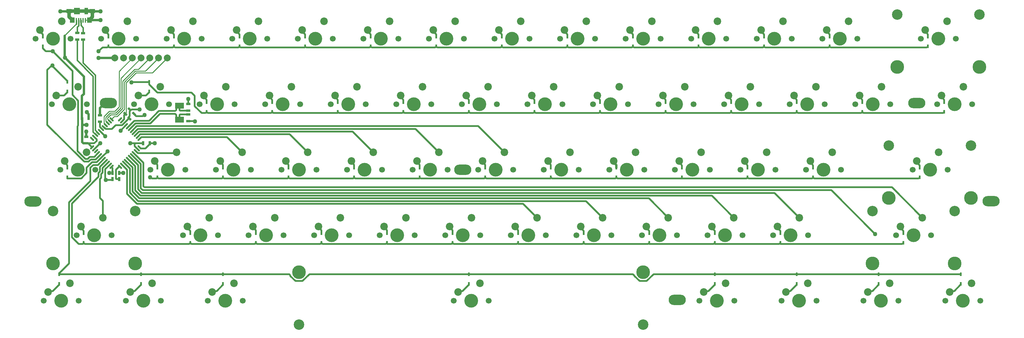
<source format=gbl>
G04*
G04 #@! TF.GenerationSoftware,Altium Limited,Altium Designer,21.7.2 (23)*
G04*
G04 Layer_Physical_Order=2*
G04 Layer_Color=13391121*
%FSLAX25Y25*%
%MOIN*%
G70*
G04*
G04 #@! TF.SameCoordinates,8FBBE309-EC49-44CF-9814-742EC28C0B38*
G04*
G04*
G04 #@! TF.FilePolarity,Positive*
G04*
G01*
G75*
%ADD18C,0.02500*%
%ADD19C,0.02100*%
%ADD20C,0.01000*%
%ADD21C,0.08661*%
%ADD22C,0.06693*%
%ADD23C,0.15748*%
%ADD24O,0.19685X0.11811*%
%ADD25C,0.07874*%
%ADD26C,0.12000*%
%ADD27C,0.15700*%
%ADD28C,0.05000*%
G04:AMPARAMS|DCode=29|XSize=21.65mil|YSize=59.06mil|CornerRadius=0mil|HoleSize=0mil|Usage=FLASHONLY|Rotation=225.000|XOffset=0mil|YOffset=0mil|HoleType=Round|Shape=Round|*
%AMOVALD29*
21,1,0.03740,0.02165,0.00000,0.00000,315.0*
1,1,0.02165,-0.01322,0.01322*
1,1,0.02165,0.01322,-0.01322*
%
%ADD29OVALD29*%

G04:AMPARAMS|DCode=30|XSize=21.65mil|YSize=59.06mil|CornerRadius=0mil|HoleSize=0mil|Usage=FLASHONLY|Rotation=315.000|XOffset=0mil|YOffset=0mil|HoleType=Round|Shape=Round|*
%AMOVALD30*
21,1,0.03740,0.02165,0.00000,0.00000,45.0*
1,1,0.02165,-0.01322,-0.01322*
1,1,0.02165,0.01322,0.01322*
%
%ADD30OVALD30*%

%ADD31R,0.05100X0.02800*%
%ADD32R,0.02800X0.05100*%
%ADD33R,0.02165X0.04134*%
G04:AMPARAMS|DCode=34|XSize=28mil|YSize=51mil|CornerRadius=0mil|HoleSize=0mil|Usage=FLASHONLY|Rotation=225.000|XOffset=0mil|YOffset=0mil|HoleType=Round|Shape=Rectangle|*
%AMROTATEDRECTD34*
4,1,4,-0.00813,0.02793,0.02793,-0.00813,0.00813,-0.02793,-0.02793,0.00813,-0.00813,0.02793,0.0*
%
%ADD34ROTATEDRECTD34*%

%ADD35R,0.01772X0.05433*%
%ADD36R,0.05610X0.06102*%
%ADD37R,0.03937X0.07480*%
%ADD38R,0.07087X0.07480*%
%ADD39R,0.06496X0.05118*%
%ADD40R,0.10000X0.07000*%
%ADD41C,0.01500*%
%ADD42C,0.01600*%
%ADD43C,0.01400*%
%ADD44C,0.04000*%
D18*
X-9589Y-5652D02*
X-3937Y0D01*
X-9589Y-13945D02*
Y-5652D01*
X-30038Y-25000D02*
Y-17103D01*
X-30171Y-16970D02*
Y8081D01*
X-27861Y10391D01*
X-28574Y-46099D02*
X-25081D01*
X-30038Y-44634D02*
Y-25000D01*
Y-44634D02*
X-28574Y-46099D01*
X-24461Y-10957D02*
X-22671Y-12747D01*
Y-16970D02*
Y-12747D01*
X-24461Y-10957D02*
Y-10280D01*
X-49556Y51858D02*
X-27861Y30163D01*
Y10391D02*
Y30163D01*
X-3246Y-3246D02*
X0Y0D01*
X-25081Y-38599D02*
Y-32597D01*
X-49747Y52049D02*
X-49556Y51858D01*
X-30038Y-25000D02*
X-25000D01*
X-3937Y0D02*
X0D01*
X-44842Y105059D02*
X-44783Y105118D01*
X-55000Y105000D02*
X-54941Y105059D01*
X-44842D01*
X-21703Y94980D02*
X-9020D01*
X-9000Y95000D01*
X-18209Y105118D02*
X-18150Y105059D01*
X-9059D02*
X-9000Y105000D01*
X-18150Y105059D02*
X-9059D01*
X-49747Y52049D02*
Y77061D01*
X-11146Y51562D02*
X7500D01*
X-21703Y94980D02*
Y95226D01*
X-41289Y94980D02*
Y95226D01*
X578058Y-68040D02*
X581083Y-71065D01*
Y-74008D02*
X581250Y-74176D01*
X578058Y-68040D02*
Y-66373D01*
X581083Y-74008D02*
Y-71065D01*
D19*
X29335Y-12394D02*
X31881Y-14940D01*
X39391D02*
X40714Y-13617D01*
X31881Y-14940D02*
X39391D01*
X40714Y-13617D02*
X41499D01*
X91542Y-1191D02*
Y4542D01*
Y-1191D02*
X91892Y-1541D01*
X93042D01*
X95148Y11852D02*
X98909Y8091D01*
X56168Y11852D02*
X95148D01*
X46875Y21145D02*
X56168Y11852D01*
X98909Y-3606D02*
Y8091D01*
X98845Y-20845D02*
X99000Y-21000D01*
X91696Y-20845D02*
X98845D01*
X91542Y-20691D02*
X91696Y-20845D01*
X35842Y-41006D02*
X37917Y-38930D01*
X279411Y-32730D02*
X303053Y-56373D01*
X207510Y-35830D02*
X228053Y-56373D01*
X23823Y-26299D02*
X29842Y-20280D01*
X351309Y-29630D02*
X378052Y-56373D01*
X35842Y-41006D02*
X35842D01*
X423209Y-26530D02*
X453053Y-56373D01*
X26933Y-32097D02*
X32500Y-26530D01*
X135607Y-38930D02*
X153050Y-56373D01*
X33854Y-29630D02*
X351309D01*
X47989Y-23430D02*
X59042Y-12377D01*
X36563Y-35830D02*
X207510D01*
X32500Y-26530D02*
X423209D01*
X37917Y-38930D02*
X135607D01*
X46684Y-20280D02*
X57737Y-9228D01*
X35209Y-32730D02*
X279411D01*
X29842Y-20280D02*
X46684D01*
X29160Y-34324D02*
X33854Y-29630D01*
X31387Y-36551D02*
X35209Y-32730D01*
X31146Y-23430D02*
X47989D01*
X33615Y-38778D02*
X36563Y-35830D01*
X24706Y-29870D02*
X31146Y-23430D01*
X77592Y-7997D02*
Y-5391D01*
Y-16491D02*
Y-13607D01*
X76362Y-12377D02*
X77592Y-13607D01*
X67935Y-12377D02*
X76362D01*
X69239Y-9228D02*
X69239Y-9228D01*
X76362D01*
X57737Y-9228D02*
X69239D01*
X76362Y-9228D02*
X77592Y-7997D01*
X67935Y-12377D02*
X67935Y-12377D01*
X59042Y-12377D02*
X67935D01*
X77592Y-16491D02*
X80042Y-18941D01*
X81542D01*
X80042Y-2941D02*
X81542D01*
X77592Y-5391D02*
X80042Y-2941D01*
X26700Y-7272D02*
X34566D01*
X24706Y-29870D02*
X24706D01*
X23823Y-26299D02*
X23823D01*
X22479Y-27643D02*
X23823Y-26299D01*
X-7309Y-29870D02*
Y-29852D01*
X-9589Y-27572D02*
X-7309Y-29852D01*
X-9589Y-27572D02*
Y-21445D01*
X-28994Y-65854D02*
X-27650Y-67198D01*
X-22458D01*
X-35298Y-55165D02*
X-26366Y-64098D01*
X-22458Y-67198D02*
X-21114Y-65854D01*
X-23742Y-64098D02*
X-21321Y-61677D01*
X-26366Y-64098D02*
X-23742D01*
X-69838Y-25009D02*
X-28994Y-65854D01*
X-21114D02*
X-20037Y-64777D01*
X465553Y-142650D02*
X468750Y-145848D01*
X465553Y-142650D02*
Y-141370D01*
X468750Y-149176D02*
Y-145848D01*
X390558Y-142662D02*
X393750Y-145854D01*
X390558Y-142662D02*
Y-141370D01*
X393750Y-149176D02*
Y-145854D01*
X315552Y-142650D02*
X318750Y-145848D01*
X315552Y-142650D02*
Y-141370D01*
X318750Y-149176D02*
Y-145848D01*
X240559Y-142662D02*
X243750Y-145854D01*
X240559Y-142662D02*
Y-141370D01*
X243750Y-149176D02*
Y-145854D01*
X165559Y-142662D02*
X168750Y-145854D01*
X165559Y-142662D02*
Y-141370D01*
X168750Y-149176D02*
Y-145854D01*
X-64000Y42371D02*
Y43000D01*
X-64682D02*
X-64000D01*
Y42371D02*
X-46875Y25246D01*
X-69838Y37844D02*
X-64682Y43000D01*
X-46875Y24262D02*
Y25246D01*
X-69838Y-25009D02*
Y37844D01*
X19028Y-12822D02*
X19276Y-12575D01*
X18026Y-18710D02*
Y-13825D01*
X19028Y-12822D02*
Y-12822D01*
X18026Y-13825D02*
X19028Y-12822D01*
X15938Y-20820D02*
Y-20804D01*
X17153Y-19589D01*
Y-19583D02*
X18026Y-18710D01*
X17153Y-19589D02*
Y-19583D01*
X12776Y-72269D02*
X12819D01*
X8613Y-86413D02*
Y-76432D01*
X12819Y-72269D02*
X13571Y-73020D01*
X8613Y-76432D02*
X12776Y-72269D01*
X-16217Y-38778D02*
X-13368Y-41628D01*
X-23095Y-46099D02*
X-16099D01*
X-13368Y-43368D01*
Y-41628D01*
X25887Y-8085D02*
X26700Y-7272D01*
X25392Y-8085D02*
X25887D01*
X24579Y-7272D02*
X25392Y-8085D01*
X23219Y-16389D02*
X24492Y-15116D01*
Y-9480D01*
X25392Y-8580D01*
Y-8085D01*
X23219Y-16884D02*
Y-16389D01*
Y-16884D02*
X24032Y-17697D01*
X8583Y-25417D02*
X15773D01*
X4129Y-29871D02*
X8583Y-25417D01*
X-2830Y-29871D02*
X4129D01*
X-5081Y-27643D02*
X-5064D01*
X-3709Y-28998D02*
X-3703D01*
X-5064Y-27643D02*
X-3709Y-28998D01*
X-3703D02*
X-2830Y-29871D01*
X16646Y-24544D02*
X16652D01*
X18007Y-23189D01*
X15773Y-25417D02*
X16646Y-24544D01*
X18007Y-23189D02*
X18025D01*
X14000Y-31668D02*
X20252Y-25416D01*
X600051Y-196051D02*
X601883Y-197883D01*
Y-197971D02*
Y-197883D01*
X412500Y-196051D02*
X600051D01*
X601883Y-197971D02*
X607682Y-203770D01*
X615883D01*
X131250Y-196051D02*
X206952D01*
X208182Y-197281D01*
Y-197971D02*
X213981Y-203770D01*
X222230D01*
X208182Y-197971D02*
Y-197281D01*
X229949Y-196051D02*
X412500D01*
X222230Y-203770D02*
X229949Y-196051D01*
X53058Y-67665D02*
X56250Y-70856D01*
X53058Y-67665D02*
Y-66373D01*
X56250Y-74176D02*
Y-70856D01*
X128050Y-67649D02*
X131250Y-70848D01*
X128050Y-67649D02*
Y-66373D01*
X131250Y-74176D02*
Y-70848D01*
X203053Y-67654D02*
X206250Y-70851D01*
X203053Y-67654D02*
Y-66373D01*
X206250Y-74176D02*
Y-70851D01*
X278053Y-67655D02*
X281250Y-70851D01*
X278053Y-67655D02*
Y-66373D01*
X281250Y-74176D02*
Y-70851D01*
X353052Y-67653D02*
X356250Y-70850D01*
X353052Y-67653D02*
Y-66373D01*
X356250Y-74176D02*
Y-70850D01*
X428053Y-67653D02*
X431250Y-70850D01*
X428053Y-67653D02*
Y-66373D01*
X431250Y-74176D02*
Y-70850D01*
X506250Y-74176D02*
Y-70850D01*
X503053Y-67653D02*
X506250Y-70850D01*
X503053Y-67653D02*
Y-66373D01*
X-9536Y-32097D02*
X-3633Y-38000D01*
X-16217Y-52976D02*
X-9241Y-46000D01*
X-2311Y-56937D02*
X-861Y-55487D01*
X-2361Y-56937D02*
X-2311D01*
X-5763Y-60339D02*
X-2361Y-56937D01*
X-3470Y-81177D02*
Y-75863D01*
X-3655Y-81361D02*
X-3470Y-81177D01*
X-3655Y-81883D02*
Y-81361D01*
X-6570Y-79892D02*
Y-76645D01*
X-6755Y-80077D02*
X-6570Y-79892D01*
Y-76645D02*
Y-74509D01*
X-9670Y-75361D02*
Y-73155D01*
X-9855Y-78793D02*
X-9670Y-78608D01*
X-3470Y-87530D02*
Y-82068D01*
X-3655Y-81883D02*
X-3470Y-82068D01*
X-8100Y-81422D02*
X-6755Y-80077D01*
X-11200Y-80138D02*
X-9855Y-78793D01*
X-9670Y-78608D02*
Y-75361D01*
X-3470Y-87530D02*
X-3000Y-88000D01*
X4863Y-87650D02*
Y-86999D01*
X4513Y-88000D02*
X4863Y-87650D01*
X-3000Y-88000D02*
X4513D01*
X-9550Y-108741D02*
Y-87256D01*
X-8100Y-85806D01*
X-41719Y-115041D02*
X-11200Y-84522D01*
X-8100Y-85806D02*
Y-81422D01*
X-11200Y-84522D02*
Y-80138D01*
X-9670Y-73155D02*
X-2854Y-66339D01*
X-6570Y-74509D02*
X-627Y-68566D01*
X-3470Y-75863D02*
X1600Y-70793D01*
X-9550Y-108741D02*
X-6322Y-111969D01*
Y-131370D02*
Y-111969D01*
X3745Y-73145D02*
X4863Y-74264D01*
X3745Y-73145D02*
X3745Y-73145D01*
X4863Y-76749D02*
Y-74264D01*
X4863Y-78849D02*
Y-76749D01*
X112467Y-11216D02*
X112500Y-11184D01*
X111237Y-11294D02*
X111315Y-11216D01*
X98909Y-3606D02*
X106598Y-11294D01*
X112500Y-11184D02*
Y-10199D01*
X111315Y-11216D02*
X112467D01*
X106598Y-11294D02*
X111237D01*
X25052Y-45948D02*
X31230D01*
X30000Y-49362D02*
X33615Y-52976D01*
X30000Y-49362D02*
Y-47178D01*
X31230Y-45948D01*
X39838D01*
X12363Y-79999D02*
X16999D01*
X12363Y-79999D02*
X12363Y-79999D01*
X20252Y-66339D02*
X27750Y-73837D01*
X24706Y-61885D02*
X33950Y-71129D01*
X29160Y-57430D02*
X40150Y-68420D01*
Y-95260D02*
Y-68420D01*
X15798Y-70793D02*
X21550Y-76545D01*
X33950Y-98913D02*
Y-71129D01*
X22479Y-64112D02*
X30850Y-72483D01*
X18025Y-68566D02*
X24650Y-75191D01*
X37050Y-97629D02*
Y-69774D01*
X16999Y-79999D02*
X17000Y-80000D01*
X37050Y-97629D02*
X39299Y-99878D01*
X21550Y-104050D02*
Y-76545D01*
X40150Y-95260D02*
X41380Y-96490D01*
X24650Y-102766D02*
X34163Y-112278D01*
X30850Y-100198D02*
Y-72483D01*
X33950Y-98913D02*
X38015Y-102978D01*
X27750Y-101481D02*
X35447Y-109178D01*
X41380Y-96490D02*
X896298D01*
X24650Y-102766D02*
Y-75191D01*
X30850Y-100198D02*
X36731Y-106078D01*
X21550Y-104050D02*
X32879Y-115378D01*
X26933Y-59658D02*
X37050Y-69774D01*
X27750Y-101481D02*
Y-73837D01*
X-46875Y-86297D02*
X-30956D01*
X-14655Y-64777D02*
X-9536Y-59658D01*
X-30956Y-86297D02*
X-24771Y-80112D01*
X-20463Y-74138D02*
X-17302Y-70977D01*
X-20037Y-64777D02*
X-14655D01*
X-13300Y-67877D02*
X-7309Y-61885D01*
X-44819Y-113757D02*
X-20463Y-89401D01*
X-21321Y-61677D02*
X-16009D01*
X-20463Y-89401D02*
Y-74138D01*
X-24771Y-80112D02*
Y-74062D01*
X-18586Y-67877D02*
X-13300D01*
X-11946Y-70977D02*
X-5081Y-64112D01*
X-16009Y-61677D02*
X-11763Y-57430D01*
X-24771Y-74062D02*
X-18586Y-67877D01*
X-17302Y-70977D02*
X-11946D01*
X47339Y-45948D02*
X53165D01*
X37164Y-52071D02*
X42365D01*
X47339Y-47098D02*
Y-45948D01*
X35842Y-50749D02*
X37164Y-52071D01*
X42365D02*
X47339Y-47098D01*
X-63599Y59140D02*
X-41014Y36554D01*
X-75000Y62583D02*
X-71504Y59087D01*
X-63652D01*
X-63599Y59140D01*
X-41014Y9236D02*
Y36554D01*
Y9236D02*
X-34518Y2740D01*
X26281Y23521D02*
X26651Y23891D01*
X46842D01*
X46875Y23924D01*
Y21145D02*
Y24262D01*
X-22195Y-46999D02*
X-18444Y-50749D01*
X-35298Y-55165D02*
Y-26603D01*
X-34518Y-25822D02*
Y2740D01*
X-35298Y-26603D02*
X-34518Y-25822D01*
X896298Y-96490D02*
X931178Y-131370D01*
X35447Y-109178D02*
X618366D01*
X34163Y-112278D02*
X546466D01*
X39299Y-99878D02*
X827159D01*
X38015Y-102978D02*
X762166D01*
X32879Y-115378D02*
X474560D01*
X36731Y-106078D02*
X690260D01*
X715553Y-131370D01*
X474560Y-115378D02*
X490553Y-131370D01*
X618366Y-109178D02*
X640558Y-131370D01*
X762166Y-102978D02*
X790558Y-131370D01*
X827159Y-99878D02*
X877234Y-149953D01*
X546466Y-112278D02*
X565558Y-131370D01*
X47909Y-85144D02*
X48694D01*
X49847Y-86297D01*
X281250Y-86184D02*
Y-85199D01*
X49847Y-86297D02*
X54987D01*
X55068Y-86216D01*
X56217D02*
X56250Y-86184D01*
Y-85199D01*
X55068Y-86216D02*
X56217D01*
X31387Y-55203D02*
X33615Y-57431D01*
X77000D01*
X31387Y-55203D02*
X31387D01*
X206250Y-86184D02*
Y-85199D01*
X205068Y-86216D02*
X206217D01*
X204987Y-86297D02*
X205068Y-86216D01*
X206217D02*
X206250Y-86184D01*
X132378Y-86297D02*
X204987D01*
X281250Y-86184D02*
X281283Y-86216D01*
X282432D02*
X282513Y-86297D01*
X356250D02*
Y-85199D01*
X281283Y-86216D02*
X282432D01*
X282513Y-86297D02*
X356250D01*
X431250Y-86184D02*
Y-85199D01*
X281250Y-86184D02*
Y-85199D01*
X280068Y-86216D02*
X281217D01*
X281250Y-86184D01*
X279987Y-86297D02*
X280068Y-86216D01*
X207378Y-86297D02*
X279987D01*
X431250Y-86184D02*
X431283Y-86216D01*
X432432D02*
X432513Y-86297D01*
X431283Y-86216D02*
X432432D01*
X432513Y-86297D02*
X506136D01*
X506250Y-86184D01*
Y-85199D01*
X581250Y-86184D02*
Y-85199D01*
X506483Y-85504D02*
X507276Y-86297D01*
X431217Y-86216D02*
X431250Y-86184D01*
X429987Y-86297D02*
X430068Y-86216D01*
X357378Y-86297D02*
X429987D01*
X430068Y-86216D02*
X431217D01*
X581250Y-86184D02*
X581283Y-86216D01*
X582432D02*
X582513Y-86297D01*
X656250D02*
Y-85199D01*
X581283Y-86216D02*
X582432D01*
X582513Y-86297D02*
X656250D01*
X580068Y-86216D02*
X581217D01*
X581250Y-86184D01*
X579987Y-86297D02*
X580068Y-86216D01*
X507276Y-86297D02*
X579987D01*
X-44819Y-183635D02*
Y-113757D01*
X18025Y-23189D02*
X23516Y-17697D01*
X77000Y-57431D02*
X78058Y-56373D01*
X56283Y-86216D02*
X57432D01*
X57513Y-86297D01*
X129987D01*
X131250Y-86184D02*
Y-85199D01*
X130068Y-86216D02*
X131217D01*
X131250Y-86184D01*
X129987Y-86297D02*
X130068Y-86216D01*
X81542Y-8105D02*
Y-2941D01*
X56217Y-74143D02*
X56250Y-74176D01*
X787500Y-196051D02*
X881250D01*
X975000D01*
X768861Y-161294D02*
X908112D01*
X908190Y-161216D02*
X909342D01*
X909375Y-161184D01*
X908112Y-161294D02*
X908190Y-161216D01*
X909375Y-161184D02*
Y-160199D01*
X188763Y-11342D02*
X262500D01*
X-41719Y-153606D02*
Y-115041D01*
X9198Y-86999D02*
X12363D01*
X8613Y-86413D02*
X9198Y-86999D01*
X357239Y-86158D02*
X357378Y-86297D01*
X207239Y-86158D02*
X207378Y-86297D01*
X132239Y-86158D02*
X132378Y-86297D01*
X488763Y-11294D02*
X561237D01*
X656364Y-86297D02*
X729987D01*
X563763Y-11294D02*
X636237D01*
X732513Y-86297D02*
X804987D01*
X713763Y-11294D02*
X786237D01*
X787467Y857D02*
Y3693D01*
X784306Y6854D02*
X787467Y3693D01*
X784306Y6854D02*
Y8630D01*
X82127Y-13191D02*
X91542D01*
X81542Y-13776D02*
X82127Y-13191D01*
X81542Y-18941D02*
Y-13776D01*
Y-8105D02*
X82127Y-8691D01*
X91542D01*
X-28158Y-161216D02*
X-28125Y-161184D01*
X-29388Y-161294D02*
X-29310Y-161216D01*
X-41719Y-153606D02*
X-34030Y-161294D01*
X-28125Y-161184D02*
Y-160199D01*
X-29310Y-161216D02*
X-28158D01*
X-34030Y-161294D02*
X-29388D01*
X-56250Y-195066D02*
X-44819Y-183635D01*
X-56250Y-196051D02*
Y-195066D01*
X-75000Y62583D02*
Y64801D01*
X-59442Y8630D02*
X-50499D01*
X-46875Y12254D02*
Y13238D01*
X-50499Y8630D02*
X-46875Y12254D01*
X0Y63816D02*
Y64801D01*
X-1185Y63784D02*
X-33D01*
X-6642Y63706D02*
X-1263D01*
X-11268Y59080D02*
X-6642Y63706D01*
X-1263D02*
X-1185Y63784D01*
X-33D02*
X0Y63816D01*
X750000D02*
Y64801D01*
X750033Y63784D02*
X751185D01*
X750000Y63816D02*
X750033Y63784D01*
X751185D02*
X751263Y63706D01*
X823737D01*
X748815Y63784D02*
X749967D01*
X750000Y63816D01*
X748737Y63706D02*
X748815Y63784D01*
X676263Y63706D02*
X748737D01*
X675033Y63784D02*
X676185D01*
X675000Y63816D02*
X675033Y63784D01*
X676185D02*
X676263Y63706D01*
X600000Y63816D02*
Y64801D01*
X600033Y63784D02*
X601185D01*
X600000Y63816D02*
X600033Y63784D01*
X601185D02*
X601263Y63706D01*
X674889D01*
X598815Y63784D02*
X599967D01*
X600000Y63816D01*
X598737Y63706D02*
X598815Y63784D01*
X526263Y63706D02*
X598737D01*
X525000Y63816D02*
X525033Y63784D01*
X526185D02*
X526263Y63706D01*
X525033Y63784D02*
X526185D01*
X525000Y63816D02*
Y64801D01*
X523815Y63784D02*
X524967D01*
X525000Y63816D01*
X451263Y63706D02*
X523737D01*
X523815Y63784D01*
X450000Y63816D02*
X450033Y63784D01*
X451185D02*
X451263Y63706D01*
X450033Y63784D02*
X451185D01*
X450000Y63816D02*
Y64801D01*
X449967Y63784D02*
X450000Y63816D01*
X448737Y63706D02*
X448815Y63784D01*
X376263Y63706D02*
X448737D01*
X448815Y63784D02*
X449967D01*
X375000Y63816D02*
X375033Y63784D01*
X376185D02*
X376263Y63706D01*
X375000Y63816D02*
Y64801D01*
X375033Y63784D02*
X376185D01*
X373815D02*
X374967D01*
X373737Y63706D02*
X373815Y63784D01*
X374967D02*
X375000Y63816D01*
X301263Y63706D02*
X373737D01*
X300000Y63816D02*
X300033Y63784D01*
X301185D02*
X301263Y63706D01*
X300000Y63816D02*
Y64801D01*
X300033Y63784D02*
X301185D01*
X298815D02*
X299967D01*
X300000Y63816D01*
X226263Y63706D02*
X298737D01*
X298815Y63784D01*
X225033D02*
X226185D01*
X225000Y63816D02*
X225033Y63784D01*
X226185D02*
X226263Y63706D01*
X150000Y63816D02*
X150033Y63784D01*
X151185D02*
X151263Y63706D01*
X224889D01*
X150033Y63784D02*
X151185D01*
X150000Y63816D02*
Y64801D01*
X148815Y63784D02*
X149967D01*
X150000Y63816D01*
X148737Y63706D02*
X148815Y63784D01*
X76263Y63706D02*
X148737D01*
X75000Y63816D02*
X75033Y63784D01*
X76185D02*
X76263Y63706D01*
X75033Y63784D02*
X76185D01*
X75000Y63816D02*
Y64801D01*
X74967Y63784D02*
X75000Y63816D01*
X73737Y63706D02*
X73815Y63784D01*
X1263Y63706D02*
X73737D01*
X73815Y63784D02*
X74967D01*
X1185D02*
X1263Y63706D01*
X825000Y63816D02*
Y64801D01*
X823815Y63784D02*
X824967D01*
X825000Y63816D01*
X823737Y63706D02*
X823815Y63784D01*
X825033D02*
X826185D01*
X826263Y63706D01*
X825000Y63816D02*
X825033Y63784D01*
X826263Y63706D02*
X936237D01*
X937500Y63816D02*
Y64801D01*
X936315Y63784D02*
X937467D01*
X937500Y63816D01*
X936237Y63706D02*
X936315Y63784D01*
X862533Y-11216D02*
X863685D01*
X862500Y-11184D02*
X862533Y-11216D01*
X863763Y-11294D02*
X955155D01*
X863685Y-11216D02*
X863763Y-11294D01*
X862467Y-11216D02*
X862500Y-11184D01*
X788763Y-11294D02*
X861237D01*
X862500Y-11184D02*
Y-10199D01*
X861315Y-11216D02*
X862467D01*
X861237Y-11294D02*
X861315Y-11216D01*
X787500Y-11184D02*
X787533Y-11216D01*
X788685D02*
X788763Y-11294D01*
X787533Y-11216D02*
X788685D01*
X787500Y-11184D02*
Y-10199D01*
X786315Y-11216D02*
X787467D01*
X787500Y-11184D01*
X786237Y-11294D02*
X786315Y-11216D01*
X712500Y-11184D02*
X712533Y-11216D01*
X713685D02*
X713763Y-11294D01*
X712533Y-11216D02*
X713685D01*
X712500Y-11184D02*
Y-10199D01*
X711237Y-11294D02*
X711315Y-11216D01*
X638763Y-11294D02*
X711237D01*
X712467Y-11216D02*
X712500Y-11184D01*
X711315Y-11216D02*
X712467D01*
X637500Y-11184D02*
X637533Y-11216D01*
X638685D02*
X638763Y-11294D01*
X637500Y-11184D02*
Y-10199D01*
X637533Y-11216D02*
X638685D01*
X636315D02*
X637467D01*
X636237Y-11294D02*
X636315Y-11216D01*
X637467D02*
X637500Y-11184D01*
X562500D02*
X562533Y-11216D01*
X563685D02*
X563763Y-11294D01*
X562533Y-11216D02*
X563685D01*
X561315D02*
X562467D01*
X562500Y-11184D02*
Y-10199D01*
X562467Y-11216D02*
X562500Y-11184D01*
X561237Y-11294D02*
X561315Y-11216D01*
X487500Y-11184D02*
X487533Y-11216D01*
X488685D02*
X488763Y-11294D01*
X487533Y-11216D02*
X488685D01*
X487500Y-11184D02*
Y-10199D01*
X487467Y-11216D02*
X487500Y-11184D01*
X413763Y-11294D02*
X486237D01*
X486315Y-11216D01*
X487467D01*
X412500Y-11184D02*
X412533Y-11216D01*
X413685D02*
X413763Y-11294D01*
X412533Y-11216D02*
X413685D01*
X412500Y-11184D02*
Y-10199D01*
X411237Y-11294D02*
X411315Y-11216D01*
X338763Y-11294D02*
X411237D01*
X412467Y-11216D02*
X412500Y-11184D01*
X411315Y-11216D02*
X412467D01*
X338685D02*
X338763Y-11294D01*
X337500Y-11184D02*
X337533Y-11216D01*
X338685D01*
X337467D02*
X337500Y-11184D01*
X263763Y-11342D02*
X336237D01*
X337500Y-11184D02*
Y-10199D01*
X336237Y-11342D02*
X336363Y-11216D01*
X337467D01*
X263637D02*
X263763Y-11342D01*
X262500Y-11184D02*
X262533Y-11216D01*
X263637D01*
X262500Y-11184D02*
Y-10199D01*
X188637Y-11216D02*
X188763Y-11342D01*
X187500Y-11184D02*
X187533Y-11216D01*
X188637D01*
X187500Y-11184D02*
Y-10199D01*
X186315Y-11216D02*
X187467D01*
X186237Y-11294D02*
X186315Y-11216D01*
X113763Y-11294D02*
X186237D01*
X187467Y-11216D02*
X187500Y-11184D01*
X113685Y-11216D02*
X113763Y-11294D01*
X112533Y-11216D02*
X113685D01*
X-26940Y-161216D02*
X-26862Y-161294D01*
X92487D01*
X767565Y-161216D02*
X768717D01*
X693861Y-161294D02*
X767487D01*
X768717Y-161216D02*
X768750Y-161184D01*
X767487Y-161294D02*
X767565Y-161216D01*
X692487Y-161294D02*
X692565Y-161216D01*
X693717D01*
X693750Y-161184D01*
X618861Y-161294D02*
X692487D01*
X617565Y-161216D02*
X618717D01*
X618750Y-161184D01*
X617487Y-161294D02*
X617565Y-161216D01*
X545013Y-161294D02*
X617487D01*
X543750Y-161184D02*
Y-160199D01*
X543783Y-161216D02*
X544935D01*
X545013Y-161294D01*
X543750Y-161184D02*
X543783Y-161216D01*
X543717D02*
X543750Y-161184D01*
X542487Y-161294D02*
X542565Y-161216D01*
X468861Y-161294D02*
X542487D01*
X542565Y-161216D02*
X543717D01*
X467565D02*
X468717D01*
X468750Y-161184D01*
X467487Y-161294D02*
X467565Y-161216D01*
X395013Y-161294D02*
X467487D01*
X393750Y-161184D02*
Y-160199D01*
X393783Y-161216D02*
X394935D01*
X393750Y-161184D02*
X393783Y-161216D01*
X394935D02*
X395013Y-161294D01*
X392565Y-161216D02*
X393717D01*
X393750Y-161184D01*
X392487Y-161294D02*
X392565Y-161216D01*
X318861Y-161294D02*
X392487D01*
X317565Y-161216D02*
X318717D01*
X318750Y-161184D01*
X317487Y-161294D02*
X317565Y-161216D01*
X245013Y-161294D02*
X317487D01*
X243783Y-161216D02*
X244935D01*
X243750Y-161184D02*
X243783Y-161216D01*
X244935D02*
X245013Y-161294D01*
X243750Y-161184D02*
Y-160199D01*
X242565Y-161216D02*
X243717D01*
X170013Y-161294D02*
X242487D01*
X243717Y-161216D02*
X243750Y-161184D01*
X242487Y-161294D02*
X242565Y-161216D01*
X168750Y-161184D02*
X168783Y-161216D01*
X169935D02*
X170013Y-161294D01*
X168783Y-161216D02*
X169935D01*
X168750Y-161184D02*
Y-160199D01*
X167565Y-161216D02*
X168717D01*
X167487Y-161294D02*
X167565Y-161216D01*
X168717D02*
X168750Y-161184D01*
X95013Y-161294D02*
X167487D01*
X93750Y-161184D02*
X93783Y-161216D01*
X94935D02*
X95013Y-161294D01*
X93783Y-161216D02*
X94935D01*
X93717D02*
X93750Y-161184D01*
X92487Y-161294D02*
X92565Y-161216D01*
X93750Y-161184D02*
Y-160199D01*
X92565Y-161216D02*
X93717D01*
X928125Y-86184D02*
Y-85199D01*
X926943Y-86216D02*
X928092D01*
X926862Y-86297D02*
X926943Y-86216D01*
X807513Y-86297D02*
X926862D01*
X928092Y-86216D02*
X928125Y-86184D01*
X806283Y-86216D02*
X807432D01*
X807513Y-86297D01*
X806250Y-86184D02*
X806283Y-86216D01*
X806217D02*
X806250Y-86184D01*
X804987Y-86297D02*
X805068Y-86216D01*
X806250Y-86184D02*
Y-85199D01*
X805068Y-86216D02*
X806217D01*
X731250Y-86184D02*
X731283Y-86216D01*
X732432D02*
X732513Y-86297D01*
X731283Y-86216D02*
X732432D01*
X731250Y-86184D02*
Y-85199D01*
X730068Y-86216D02*
X731217D01*
X731250Y-86184D01*
X729987Y-86297D02*
X730068Y-86216D01*
X675000Y63816D02*
Y64801D01*
X674889Y63706D02*
X675000Y63816D01*
X225000D02*
Y64801D01*
X224889Y63706D02*
X225000Y63816D01*
X259306Y6854D02*
X262467Y3693D01*
Y857D02*
X262500Y824D01*
X259306Y6854D02*
Y8630D01*
X262467Y857D02*
Y3693D01*
X318750Y-161184D02*
Y-160199D01*
X468750Y-161184D02*
Y-160199D01*
X618750Y-161184D02*
Y-160199D01*
X693750Y-161184D02*
Y-160199D01*
X768750Y-161184D02*
Y-160199D01*
X693750Y-196051D02*
X787500D01*
X615883Y-203770D02*
X623603Y-196051D01*
X693750D01*
X37500D02*
X131250D01*
X-56250D02*
X37500D01*
X956217Y-11216D02*
X956250Y-11184D01*
X955155Y-11294D02*
X955233Y-11216D01*
X956250Y-11184D02*
Y-10199D01*
X955233Y-11216D02*
X956217D01*
X399932Y-216370D02*
X401022Y-215281D01*
X405222D02*
X412411Y-208091D01*
X412467D02*
X412500Y-208059D01*
X401022Y-215281D02*
X405222D01*
X412500Y-208059D02*
Y-207074D01*
X412411Y-208091D02*
X412467D01*
X118681Y-216370D02*
X119770Y-215281D01*
X123970D02*
X131160Y-208091D01*
X131217D02*
X131250Y-208059D01*
X131160Y-208091D02*
X131217D01*
X119770Y-215281D02*
X123970D01*
X131250Y-208059D02*
Y-207074D01*
X-68819Y-216370D02*
X-67730Y-215281D01*
X-63530D02*
X-56340Y-208091D01*
X-56283D01*
X-56250Y-208059D01*
X-67730Y-215281D02*
X-63530D01*
X-56250Y-208059D02*
Y-207074D01*
X24928Y-216370D02*
X26017Y-215281D01*
X30217D02*
X37407Y-208091D01*
X37467D02*
X37500Y-208059D01*
X26017Y-215281D02*
X30217D01*
X37407Y-208091D02*
X37467D01*
X37500Y-208059D02*
Y-207074D01*
X90558Y-143146D02*
X93717Y-146305D01*
Y-149143D02*
X93750Y-149176D01*
X90558Y-143146D02*
Y-141370D01*
X93717Y-149143D02*
Y-146305D01*
X-31322Y-143146D02*
X-28158Y-146310D01*
Y-149143D02*
X-28125Y-149176D01*
X-31322Y-143146D02*
Y-141370D01*
X-28158Y-149143D02*
Y-146310D01*
X-50067Y-68149D02*
X-46908Y-71308D01*
Y-74143D02*
X-46875Y-74176D01*
X-50067Y-68149D02*
Y-66373D01*
X-46908Y-74143D02*
Y-71308D01*
X43251Y8630D02*
X46875Y12254D01*
X34303Y8630D02*
X43251D01*
X46875Y12254D02*
Y13238D01*
X-3194Y81854D02*
X-33Y78693D01*
Y75857D02*
X0Y75824D01*
X-3194Y81854D02*
Y83630D01*
X-33Y75857D02*
Y78693D01*
X-78194Y81854D02*
X-75033Y78692D01*
Y75857D02*
X-75000Y75824D01*
X-78194Y81854D02*
Y83630D01*
X-75033Y75857D02*
Y78692D01*
X71806Y81854D02*
X74967Y78693D01*
Y75857D02*
X75000Y75824D01*
X71806Y81854D02*
Y83630D01*
X74967Y75857D02*
Y78693D01*
X112467Y857D02*
Y3693D01*
X109306Y6854D02*
Y8630D01*
Y6854D02*
X112467Y3693D01*
Y857D02*
X112500Y824D01*
X146803Y81854D02*
X149967Y78690D01*
Y75857D02*
X150000Y75824D01*
X146803Y81854D02*
Y83630D01*
X149967Y75857D02*
Y78690D01*
X184306Y6854D02*
X187467Y3693D01*
Y857D02*
X187500Y824D01*
X184306Y6854D02*
Y8630D01*
X187467Y857D02*
Y3693D01*
X221806Y81854D02*
X224967Y78693D01*
Y75857D02*
X225000Y75824D01*
X221806Y81854D02*
Y83630D01*
X224967Y75857D02*
Y78693D01*
X296806Y81854D02*
X299967Y78693D01*
Y75857D02*
X300000Y75824D01*
X296806Y81854D02*
Y83630D01*
X299967Y75857D02*
Y78693D01*
X334302Y6854D02*
X337467Y3689D01*
Y857D02*
X337500Y824D01*
X334302Y6854D02*
Y8630D01*
X337467Y857D02*
Y3689D01*
X371806Y81854D02*
X374967Y78693D01*
Y75857D02*
X375000Y75824D01*
X371806Y81854D02*
Y83630D01*
X374967Y75857D02*
Y78693D01*
X409306Y6854D02*
X412467Y3693D01*
Y857D02*
X412500Y824D01*
X409306Y6854D02*
Y8630D01*
X412467Y857D02*
Y3693D01*
X446806Y81854D02*
X449967Y78693D01*
Y75857D02*
X450000Y75824D01*
X446806Y81854D02*
Y83630D01*
X449967Y75857D02*
Y78693D01*
X484303Y6854D02*
X487467Y3689D01*
Y857D02*
X487500Y824D01*
X484303Y6854D02*
Y8630D01*
X487467Y857D02*
Y3689D01*
X521803Y81854D02*
X524967Y78689D01*
Y75857D02*
X525000Y75824D01*
X521803Y81854D02*
Y83630D01*
X524967Y75857D02*
Y78689D01*
X596806Y81854D02*
X599967Y78693D01*
Y75857D02*
X600000Y75824D01*
X596806Y81854D02*
Y83630D01*
X599967Y75857D02*
Y78693D01*
X559306Y6854D02*
X562467Y3693D01*
Y857D02*
X562500Y824D01*
X559306Y6854D02*
Y8630D01*
X562467Y857D02*
Y3693D01*
X634306Y6854D02*
X637467Y3693D01*
Y857D02*
X637500Y824D01*
X634306Y6854D02*
Y8630D01*
X637467Y857D02*
Y3693D01*
X653053Y-68149D02*
X656217Y-71313D01*
Y-74143D02*
X656250Y-74176D01*
X653053Y-68149D02*
Y-66373D01*
X656217Y-74143D02*
Y-71313D01*
X540558Y-143146D02*
X543717Y-146305D01*
Y-149143D02*
X543750Y-149176D01*
X540558Y-143146D02*
Y-141370D01*
X543717Y-149143D02*
Y-146305D01*
X615558Y-143146D02*
X618717Y-146305D01*
Y-149143D02*
X618750Y-149176D01*
X615558Y-143146D02*
Y-141370D01*
X618717Y-149143D02*
Y-146305D01*
X962428Y-216370D02*
X963518Y-215281D01*
X967718D02*
X974908Y-208091D01*
X975000Y-208059D02*
Y-207074D01*
X974967Y-208091D02*
X975000Y-208059D01*
X963518Y-215281D02*
X967718D01*
X974908Y-208091D02*
X974967D01*
X868678Y-216370D02*
X869768Y-215281D01*
X873968D02*
X881158Y-208091D01*
X869768Y-215281D02*
X873968D01*
X881250Y-208059D02*
Y-207074D01*
X881217Y-208091D02*
X881250Y-208059D01*
X881158Y-208091D02*
X881217D01*
X774932Y-216370D02*
X776022Y-215281D01*
X780222D02*
X787411Y-208091D01*
X787467D02*
X787500Y-208059D01*
X776022Y-215281D02*
X780222D01*
X787411Y-208091D02*
X787467D01*
X787500Y-208059D02*
Y-207074D01*
X681178Y-216370D02*
X682268Y-215281D01*
X686468D02*
X693658Y-208091D01*
X693717D02*
X693750Y-208059D01*
X682268Y-215281D02*
X686468D01*
X693658Y-208091D02*
X693717D01*
X693750Y-208059D02*
Y-207074D01*
X690553Y-143146D02*
X693717Y-146311D01*
Y-149143D02*
X693750Y-149176D01*
X690553Y-143146D02*
Y-141370D01*
X693717Y-149143D02*
Y-146311D01*
X728058Y-68149D02*
X731217Y-71308D01*
Y-74143D02*
X731250Y-74176D01*
X728058Y-68149D02*
Y-66373D01*
X731217Y-74143D02*
Y-71308D01*
X671803Y81854D02*
X674967Y78689D01*
Y75857D02*
X675000Y75824D01*
X671803Y81854D02*
Y83630D01*
X674967Y75857D02*
Y78689D01*
X709303Y6854D02*
X712467Y3689D01*
Y857D02*
X712500Y824D01*
X709303Y6854D02*
Y8630D01*
X712467Y857D02*
Y3689D01*
X746806Y81854D02*
X749967Y78693D01*
Y75857D02*
X750000Y75824D01*
X746806Y81854D02*
Y83630D01*
X749967Y75857D02*
Y78693D01*
X821806Y81854D02*
X824967Y78693D01*
Y75857D02*
X825000Y75824D01*
X821806Y81854D02*
Y83630D01*
X824967Y75857D02*
Y78693D01*
X859303Y6854D02*
X862467Y3689D01*
Y857D02*
X862500Y824D01*
X859303Y6854D02*
Y8630D01*
X862467Y857D02*
Y3689D01*
X787467Y857D02*
X787500Y824D01*
X803058Y-68149D02*
X806217Y-71308D01*
Y-74143D02*
X806250Y-74176D01*
X803058Y-68149D02*
Y-66373D01*
X806217Y-74143D02*
Y-71308D01*
X765558Y-143146D02*
X768717Y-146305D01*
Y-149143D02*
X768750Y-149176D01*
X765558Y-143146D02*
Y-141370D01*
X768717Y-149143D02*
Y-146305D01*
X906178Y-143146D02*
X909342Y-146310D01*
Y-149143D02*
X909375Y-149176D01*
X906178Y-143146D02*
Y-141370D01*
X909342Y-149143D02*
Y-146310D01*
X924924Y-68149D02*
X928092Y-71316D01*
X924924Y-68149D02*
Y-66373D01*
X928092Y-74143D02*
Y-71316D01*
Y-74143D02*
X928125Y-74176D01*
X953053Y6854D02*
X956217Y3689D01*
Y857D02*
X956250Y824D01*
X953053Y6854D02*
Y8630D01*
X956217Y857D02*
Y3689D01*
X937467Y75857D02*
X937500Y75824D01*
X934303Y81854D02*
Y83630D01*
Y81854D02*
X937467Y78689D01*
Y75857D02*
Y78689D01*
D20*
X1080Y-79999D02*
X4863D01*
Y-76749D01*
X30816Y36541D02*
X42479D01*
X16286Y24840D02*
X29987Y38541D01*
X34479D02*
X47500Y51562D01*
X16286Y-6224D02*
Y24840D01*
X42479Y36541D02*
X57500Y51562D01*
X31644Y34541D02*
X50479D01*
X18286Y24011D02*
X30816Y36541D01*
X20286Y23183D02*
X31644Y34541D01*
X20286Y-7080D02*
Y23183D01*
X29987Y38541D02*
X34479D01*
X50479Y34541D02*
X67500Y51562D01*
X18286Y-7053D02*
Y24011D01*
X8276Y-11406D02*
X14286Y-5396D01*
X12263Y36326D02*
X27500Y51562D01*
X7448Y-9405D02*
X12263Y-4590D01*
X14286Y28348D02*
X37500Y51562D01*
X12263Y-4590D02*
Y36326D01*
X14286Y-5396D02*
Y28348D01*
X9105Y-13406D02*
X16286Y-6224D01*
X9933Y-15405D02*
X18286Y-7053D01*
X-25081Y-46099D02*
X-23095D01*
X6911Y-15405D02*
X9933D01*
X-4857Y-15464D02*
X1202Y-9405D01*
X3741Y-18575D02*
X6911Y-15405D01*
X2030Y-11406D02*
X8276D01*
X2859Y-13406D02*
X9105D01*
X-857Y-17121D02*
X2859Y-13406D01*
X1202Y-9405D02*
X7448D01*
X-2857Y-16293D02*
X2030Y-11406D01*
X19038Y-12677D02*
X20298Y-11417D01*
Y-7092D01*
X20286Y-7080D02*
X20298Y-7092D01*
X-4857Y-23098D02*
Y-15464D01*
X-2857Y-20959D02*
X-899Y-22917D01*
X-4857Y-23098D02*
X-2941Y-25014D01*
X-899Y-22917D02*
Y-22917D01*
X-857Y-18505D02*
X1514Y-20875D01*
X-2857Y-20959D02*
Y-16293D01*
X-857Y-18505D02*
Y-17121D01*
X1514Y-20875D02*
Y-20875D01*
X23516Y-17697D02*
X24032D01*
X-2941Y-25330D02*
Y-25014D01*
X-26378Y94646D02*
X-26043Y94980D01*
X-21703D01*
D21*
X303053Y-56373D02*
D03*
X278053Y-66373D02*
D03*
X-34442Y18630D02*
D03*
X-59442Y8630D02*
D03*
X78058Y-56373D02*
D03*
X53058Y-66373D02*
D03*
X399932Y-216370D02*
D03*
X424932Y-206370D02*
D03*
X-25067Y-56373D02*
D03*
X-50067Y-66373D02*
D03*
X-31322Y-141370D02*
D03*
X-6322Y-131370D02*
D03*
X-3194Y83630D02*
D03*
X21806Y93630D02*
D03*
X931178Y-131370D02*
D03*
X906178Y-141370D02*
D03*
X949924Y-56373D02*
D03*
X924924Y-66373D02*
D03*
X959303Y93630D02*
D03*
X934303Y83630D02*
D03*
X128050Y-66373D02*
D03*
X153050Y-56373D02*
D03*
X868678Y-216370D02*
D03*
X893678Y-206370D02*
D03*
X484303Y8630D02*
D03*
X509303Y18630D02*
D03*
X671803Y83630D02*
D03*
X696803Y93630D02*
D03*
X953053Y8630D02*
D03*
X978053Y18630D02*
D03*
X596806Y83630D02*
D03*
X621806Y93630D02*
D03*
X371806Y83630D02*
D03*
X396806Y93630D02*
D03*
X559306Y8630D02*
D03*
X584306Y18630D02*
D03*
X334302Y8630D02*
D03*
X359302Y18630D02*
D03*
X521803Y83630D02*
D03*
X546803Y93630D02*
D03*
X90558Y-141370D02*
D03*
X115559Y-131370D02*
D03*
X428053Y-66373D02*
D03*
X453053Y-56373D02*
D03*
X184306Y8630D02*
D03*
X209306Y18630D02*
D03*
X109306Y8630D02*
D03*
X134306Y18630D02*
D03*
X746806Y83630D02*
D03*
X771806Y93630D02*
D03*
X353052Y-66373D02*
D03*
X378052Y-56373D02*
D03*
X446806Y83630D02*
D03*
X471806Y93630D02*
D03*
X774932Y-216370D02*
D03*
X799932Y-206370D02*
D03*
X681178Y-216370D02*
D03*
X706178Y-206370D02*
D03*
X165559Y-141370D02*
D03*
X190559Y-131370D02*
D03*
X465553Y-141370D02*
D03*
X490553Y-131370D02*
D03*
X296806Y83630D02*
D03*
X321806Y93630D02*
D03*
X540558Y-141370D02*
D03*
X565558Y-131370D02*
D03*
X803058Y-66373D02*
D03*
X828058Y-56373D02*
D03*
X690553Y-141370D02*
D03*
X715553Y-131370D02*
D03*
X240559Y-141370D02*
D03*
X265559Y-131370D02*
D03*
X-78194Y83630D02*
D03*
X-53194Y93630D02*
D03*
X784306Y8630D02*
D03*
X809306Y18630D02*
D03*
X-68819Y-216370D02*
D03*
X-43819Y-206370D02*
D03*
X118681Y-216370D02*
D03*
X143681Y-206370D02*
D03*
X821806Y83630D02*
D03*
X846806Y93630D02*
D03*
X390558Y-141370D02*
D03*
X415558Y-131370D02*
D03*
X728058Y-66373D02*
D03*
X753058Y-56373D02*
D03*
X578058Y-66373D02*
D03*
X603058Y-56373D02*
D03*
X221806Y83630D02*
D03*
X246806Y93630D02*
D03*
X146803Y83630D02*
D03*
X171803Y93630D02*
D03*
X503053Y-66373D02*
D03*
X528053Y-56373D02*
D03*
X24928Y-216370D02*
D03*
X49928Y-206370D02*
D03*
X259306Y8630D02*
D03*
X284306Y18630D02*
D03*
X34303Y8630D02*
D03*
X59303Y18630D02*
D03*
X709303Y8630D02*
D03*
X734303Y18630D02*
D03*
X634306Y8630D02*
D03*
X659306Y18630D02*
D03*
X859303Y8630D02*
D03*
X884303Y18630D02*
D03*
X615558Y-141370D02*
D03*
X640558Y-131370D02*
D03*
X203053Y-66373D02*
D03*
X228053Y-56373D02*
D03*
X315552Y-141370D02*
D03*
X340552Y-131370D02*
D03*
X409306Y8630D02*
D03*
X434306Y18630D02*
D03*
X71806Y83630D02*
D03*
X96806Y93630D02*
D03*
X653053Y-66373D02*
D03*
X678053Y-56373D02*
D03*
X765558Y-141370D02*
D03*
X790558Y-131370D02*
D03*
X962428Y-216370D02*
D03*
X987428Y-206370D02*
D03*
D22*
X273054Y-76373D02*
D03*
X313053D02*
D03*
X-64442Y-1370D02*
D03*
X-24442D02*
D03*
X48059Y-76373D02*
D03*
X88059D02*
D03*
X434932Y-226370D02*
D03*
X394932D02*
D03*
X-55067Y-76373D02*
D03*
X-15067D02*
D03*
X3678Y-151371D02*
D03*
X-36322D02*
D03*
X31806Y73630D02*
D03*
X-8194D02*
D03*
X901178Y-151371D02*
D03*
X941178D02*
D03*
X919925Y-76373D02*
D03*
X959925D02*
D03*
X929303Y73630D02*
D03*
X969302D02*
D03*
X163050Y-76373D02*
D03*
X123050D02*
D03*
X903678Y-226370D02*
D03*
X863678D02*
D03*
X519303Y-1370D02*
D03*
X479303D02*
D03*
X706803Y73630D02*
D03*
X666803D02*
D03*
X988052Y-1370D02*
D03*
X948053D02*
D03*
X631806Y73630D02*
D03*
X591806D02*
D03*
X406806D02*
D03*
X366806D02*
D03*
X594306Y-1370D02*
D03*
X554306D02*
D03*
X369303D02*
D03*
X329303D02*
D03*
X556803Y73630D02*
D03*
X516803D02*
D03*
X125558Y-151371D02*
D03*
X85558D02*
D03*
X463053Y-76373D02*
D03*
X423053D02*
D03*
X219306Y-1370D02*
D03*
X179306D02*
D03*
X144306D02*
D03*
X104306D02*
D03*
X781806Y73630D02*
D03*
X741806D02*
D03*
X388052Y-76373D02*
D03*
X348052D02*
D03*
X481806Y73630D02*
D03*
X441806D02*
D03*
X809932Y-226370D02*
D03*
X769932D02*
D03*
X716178D02*
D03*
X676178D02*
D03*
X200558Y-151371D02*
D03*
X160558D02*
D03*
X500553D02*
D03*
X460553D02*
D03*
X331806Y73630D02*
D03*
X291806D02*
D03*
X575558Y-151371D02*
D03*
X535558D02*
D03*
X838058Y-76373D02*
D03*
X798058D02*
D03*
X725553Y-151371D02*
D03*
X685553D02*
D03*
X275558D02*
D03*
X235559D02*
D03*
X-43194Y73630D02*
D03*
X-83195D02*
D03*
X819306Y-1370D02*
D03*
X779306D02*
D03*
X-33819Y-226370D02*
D03*
X-73819D02*
D03*
X153681D02*
D03*
X113681D02*
D03*
X856806Y73630D02*
D03*
X816806D02*
D03*
X425558Y-151371D02*
D03*
X385558D02*
D03*
X763058Y-76373D02*
D03*
X723058D02*
D03*
X613058D02*
D03*
X573058D02*
D03*
X256806Y73630D02*
D03*
X216806D02*
D03*
X181803D02*
D03*
X141803D02*
D03*
X538053Y-76373D02*
D03*
X498053D02*
D03*
X59928Y-226370D02*
D03*
X19928D02*
D03*
X294306Y-1370D02*
D03*
X254306D02*
D03*
X69303D02*
D03*
X29303D02*
D03*
X744303D02*
D03*
X704303D02*
D03*
X669306D02*
D03*
X629306D02*
D03*
X894302D02*
D03*
X854303D02*
D03*
X650558Y-151371D02*
D03*
X610558D02*
D03*
X238053Y-76373D02*
D03*
X198053D02*
D03*
X350553Y-151371D02*
D03*
X310553D02*
D03*
X444306Y-1370D02*
D03*
X404306D02*
D03*
X106806Y73630D02*
D03*
X66806D02*
D03*
X688053Y-76373D02*
D03*
X648053D02*
D03*
X800558Y-151371D02*
D03*
X760558D02*
D03*
X997429Y-226370D02*
D03*
X957428D02*
D03*
D23*
X293054Y-76373D02*
D03*
X-44442Y-1370D02*
D03*
X68059Y-76373D02*
D03*
X414932Y-226370D02*
D03*
X-35067Y-76373D02*
D03*
X-16322Y-151371D02*
D03*
X11806Y73630D02*
D03*
X921178Y-151371D02*
D03*
X939925Y-76373D02*
D03*
X949302Y73630D02*
D03*
X143050Y-76373D02*
D03*
X883678Y-226370D02*
D03*
X499302Y-1370D02*
D03*
X686802Y73630D02*
D03*
X968052Y-1370D02*
D03*
X611806Y73630D02*
D03*
X386806D02*
D03*
X574306Y-1370D02*
D03*
X349303D02*
D03*
X536802Y73630D02*
D03*
X105559Y-151371D02*
D03*
X443052Y-76373D02*
D03*
X199306Y-1370D02*
D03*
X124306D02*
D03*
X761806Y73630D02*
D03*
X368052Y-76373D02*
D03*
X461806Y73630D02*
D03*
X789932Y-226370D02*
D03*
X696178D02*
D03*
X180559Y-151371D02*
D03*
X480552D02*
D03*
X311806Y73630D02*
D03*
X555558Y-151371D02*
D03*
X818058Y-76373D02*
D03*
X705552Y-151371D02*
D03*
X255558D02*
D03*
X-63195Y73630D02*
D03*
X799306Y-1370D02*
D03*
X-53819Y-226370D02*
D03*
X133681D02*
D03*
X836806Y73630D02*
D03*
X405558Y-151371D02*
D03*
X743058Y-76373D02*
D03*
X593058D02*
D03*
X236806Y73630D02*
D03*
X161803D02*
D03*
X518052Y-76373D02*
D03*
X39928Y-226370D02*
D03*
X274306Y-1370D02*
D03*
X49303D02*
D03*
X724302D02*
D03*
X649306D02*
D03*
X874302D02*
D03*
X630558Y-151371D02*
D03*
X218053Y-76373D02*
D03*
X330553Y-151371D02*
D03*
X424306Y-1370D02*
D03*
X86806Y73630D02*
D03*
X668052Y-76373D02*
D03*
X780558Y-151371D02*
D03*
X977429Y-226370D02*
D03*
D24*
X0Y0D02*
D03*
X-86173Y-112593D02*
D03*
X405554Y-76379D02*
D03*
X650781Y-225587D02*
D03*
X1009789Y-112590D02*
D03*
X924604Y0D02*
D03*
D25*
X67500Y51562D02*
D03*
X57500D02*
D03*
X47500D02*
D03*
X37500D02*
D03*
X27500D02*
D03*
X17500D02*
D03*
X7500D02*
D03*
D26*
X611783Y-253870D02*
D03*
X218082D02*
D03*
X30678Y-123871D02*
D03*
X-63322D02*
D03*
X874178D02*
D03*
X968178D02*
D03*
X892924Y-48873D02*
D03*
X986924D02*
D03*
X902302Y101130D02*
D03*
X996303D02*
D03*
D27*
X611783Y-193870D02*
D03*
X218082D02*
D03*
X30678Y-183870D02*
D03*
X-63322D02*
D03*
X874178D02*
D03*
X968178D02*
D03*
X892924Y-108873D02*
D03*
X986924D02*
D03*
X902302Y41130D02*
D03*
X996303D02*
D03*
D28*
X41499Y-13617D02*
D03*
X91542Y4542D02*
D03*
X99000Y-21000D02*
D03*
X35728Y-7272D02*
D03*
X-24461Y-10280D02*
D03*
X-64000Y43000D02*
D03*
X-3633Y-38000D02*
D03*
X-9241Y-46000D02*
D03*
X-25081Y-32597D02*
D03*
X-861Y-55487D02*
D03*
X1080Y-79999D02*
D03*
X-3000Y-88000D02*
D03*
X14000Y-31668D02*
D03*
X25052Y-45948D02*
D03*
X-25000Y-25000D02*
D03*
X17000Y-80000D02*
D03*
X53165Y-45948D02*
D03*
X-55000Y105000D02*
D03*
X-9000Y95000D02*
D03*
Y105000D02*
D03*
X-63599Y59140D02*
D03*
X-49556Y51858D02*
D03*
X26281Y23521D02*
D03*
X-11146Y51562D02*
D03*
X47909Y-85144D02*
D03*
X877234Y-149953D02*
D03*
X-11268Y59080D02*
D03*
D29*
X-18444Y-41006D02*
D03*
X-16217Y-38778D02*
D03*
X-13990Y-36551D02*
D03*
X-11763Y-34324D02*
D03*
X-9536Y-32097D02*
D03*
X-7309Y-29870D02*
D03*
X-5081Y-27643D02*
D03*
X-2854Y-25416D02*
D03*
X-627Y-23189D02*
D03*
X1600Y-20962D02*
D03*
X3827Y-18734D02*
D03*
X35842Y-50749D02*
D03*
X33615Y-52976D02*
D03*
X31387Y-55203D02*
D03*
X29160Y-57430D02*
D03*
X26933Y-59658D02*
D03*
X24706Y-61885D02*
D03*
X22479Y-64112D02*
D03*
X20252Y-66339D02*
D03*
X18025Y-68566D02*
D03*
X15798Y-70793D02*
D03*
X13571Y-73020D02*
D03*
D30*
Y-18734D02*
D03*
X15798Y-20962D02*
D03*
X18025Y-23189D02*
D03*
X20252Y-25416D02*
D03*
X22479Y-27643D02*
D03*
X24706Y-29870D02*
D03*
X26933Y-32097D02*
D03*
X29160Y-34324D02*
D03*
X31387Y-36551D02*
D03*
X33615Y-38778D02*
D03*
X35842Y-41006D02*
D03*
X3827Y-73020D02*
D03*
X1600Y-70793D02*
D03*
X-627Y-68566D02*
D03*
X-2854Y-66339D02*
D03*
X-5081Y-64112D02*
D03*
X-7309Y-61885D02*
D03*
X-9536Y-59658D02*
D03*
X-11763Y-57430D02*
D03*
X-13990Y-55203D02*
D03*
X-16217Y-52976D02*
D03*
X-18444Y-50749D02*
D03*
D31*
X-9589Y-21445D02*
D03*
Y-13945D02*
D03*
X-25081Y-38599D02*
D03*
Y-46099D02*
D03*
X-28960Y80054D02*
D03*
Y72553D02*
D03*
X-35634Y80120D02*
D03*
Y72620D02*
D03*
X91542Y-20691D02*
D03*
Y-13191D02*
D03*
Y-1191D02*
D03*
Y-8691D02*
D03*
D32*
X4863Y-86999D02*
D03*
X12363D02*
D03*
X4863Y-79999D02*
D03*
X12363D02*
D03*
X39838Y-45948D02*
D03*
X47339D02*
D03*
X-22671Y-16970D02*
D03*
X-30171D02*
D03*
D33*
X56250Y-74176D02*
D03*
Y-85199D02*
D03*
X-75000Y75824D02*
D03*
Y64801D02*
D03*
X0D02*
D03*
Y75824D02*
D03*
X75000Y64801D02*
D03*
Y75824D02*
D03*
X150000Y64801D02*
D03*
Y75824D02*
D03*
X225000Y64801D02*
D03*
Y75824D02*
D03*
X300000Y64801D02*
D03*
Y75824D02*
D03*
X375000Y64801D02*
D03*
Y75824D02*
D03*
X450000Y64801D02*
D03*
Y75824D02*
D03*
X525000Y64801D02*
D03*
Y75824D02*
D03*
X600000Y64801D02*
D03*
Y75824D02*
D03*
X675000Y64801D02*
D03*
Y75824D02*
D03*
X750000Y64801D02*
D03*
Y75824D02*
D03*
X825000Y64801D02*
D03*
Y75824D02*
D03*
X937500Y64801D02*
D03*
Y75824D02*
D03*
X-46875Y24262D02*
D03*
Y13238D02*
D03*
X46875Y24262D02*
D03*
Y13238D02*
D03*
X112500Y-10199D02*
D03*
Y824D02*
D03*
X187500Y-10199D02*
D03*
Y824D02*
D03*
X262500Y-10199D02*
D03*
Y824D02*
D03*
X337500Y-10199D02*
D03*
Y824D02*
D03*
X412500Y-10199D02*
D03*
Y824D02*
D03*
X487500Y-10199D02*
D03*
Y824D02*
D03*
X562500Y-10199D02*
D03*
Y824D02*
D03*
X637500Y-10199D02*
D03*
Y824D02*
D03*
X712500Y-10199D02*
D03*
Y824D02*
D03*
X787500Y-10199D02*
D03*
Y824D02*
D03*
X862500Y-10199D02*
D03*
Y824D02*
D03*
X956250Y-10199D02*
D03*
Y824D02*
D03*
X-46875Y-85199D02*
D03*
Y-74176D02*
D03*
X131250Y-85199D02*
D03*
Y-74176D02*
D03*
X206250Y-85199D02*
D03*
Y-74176D02*
D03*
X281250Y-85199D02*
D03*
Y-74176D02*
D03*
X356250Y-85199D02*
D03*
Y-74176D02*
D03*
X431250Y-85199D02*
D03*
Y-74176D02*
D03*
X506250Y-85199D02*
D03*
Y-74176D02*
D03*
X581250Y-85199D02*
D03*
Y-74176D02*
D03*
X656250Y-85199D02*
D03*
Y-74176D02*
D03*
X731250Y-85199D02*
D03*
Y-74176D02*
D03*
X806250Y-85199D02*
D03*
Y-74176D02*
D03*
X928125Y-85199D02*
D03*
Y-74176D02*
D03*
X-28125Y-160199D02*
D03*
Y-149176D02*
D03*
X93750Y-160199D02*
D03*
Y-149176D02*
D03*
X168750Y-160199D02*
D03*
Y-149176D02*
D03*
X243750Y-160199D02*
D03*
Y-149176D02*
D03*
X318750Y-160199D02*
D03*
Y-149176D02*
D03*
X393750Y-160199D02*
D03*
Y-149176D02*
D03*
X468750Y-160199D02*
D03*
Y-149176D02*
D03*
X543750Y-160199D02*
D03*
Y-149176D02*
D03*
X618750Y-160199D02*
D03*
Y-149176D02*
D03*
X693750Y-160199D02*
D03*
Y-149176D02*
D03*
X768750Y-160199D02*
D03*
Y-149176D02*
D03*
X909375Y-160199D02*
D03*
Y-149176D02*
D03*
X-56250Y-196051D02*
D03*
Y-207074D02*
D03*
X37500Y-196051D02*
D03*
Y-207074D02*
D03*
X131250Y-196051D02*
D03*
Y-207074D02*
D03*
X412500Y-196051D02*
D03*
Y-207074D02*
D03*
X693750Y-196051D02*
D03*
Y-207074D02*
D03*
X787500Y-196051D02*
D03*
Y-207074D02*
D03*
X881250Y-196051D02*
D03*
Y-207074D02*
D03*
X975000Y-196051D02*
D03*
Y-207074D02*
D03*
D34*
X24032Y-17697D02*
D03*
X29335Y-12394D02*
D03*
X24579Y-7272D02*
D03*
X19276Y-12575D02*
D03*
D35*
X-26378Y94646D02*
D03*
X-28937D02*
D03*
X-31496D02*
D03*
X-34055D02*
D03*
X-36614D02*
D03*
D36*
X-21703Y94980D02*
D03*
X-41289D02*
D03*
D37*
X-25394Y105118D02*
D03*
D38*
X-36024D02*
D03*
D39*
X-18209D02*
D03*
X-44783D02*
D03*
D40*
X81542Y-2941D02*
D03*
Y-18941D02*
D03*
D41*
X-31496Y94646D02*
X-31372Y94522D01*
Y88821D02*
Y94522D01*
Y88821D02*
X-28842Y86291D01*
Y80049D02*
Y86291D01*
X-34026Y88639D02*
Y94616D01*
X-34055Y94646D02*
X-34026Y94616D01*
X-31526D02*
X-31496Y94646D01*
X-35634Y48836D02*
X-17500Y30702D01*
Y-33041D02*
Y30702D01*
X-35634Y48836D02*
Y72620D01*
X-28842Y45891D02*
Y72549D01*
Y45891D02*
X-15000Y32049D01*
Y-31087D02*
Y32049D01*
X-35634Y87031D02*
X-34026Y88639D01*
X-35634Y80120D02*
Y87031D01*
X-34469Y80135D02*
X-34039Y80564D01*
X-15000Y-31087D02*
X-11763Y-34324D01*
X-17500Y-33041D02*
X-13990Y-36551D01*
D42*
X-36614Y90194D02*
Y94646D01*
D43*
X-49747Y77061D02*
X-36614Y90194D01*
D44*
X-21703Y95226D02*
X-18209Y98721D01*
Y105118D01*
X-25394D02*
X-18209D01*
X-36024D02*
X-25394D01*
X-44783D02*
X-36024D01*
X-44783Y98721D02*
X-41289Y95226D01*
X-44783Y98721D02*
Y105118D01*
M02*

</source>
